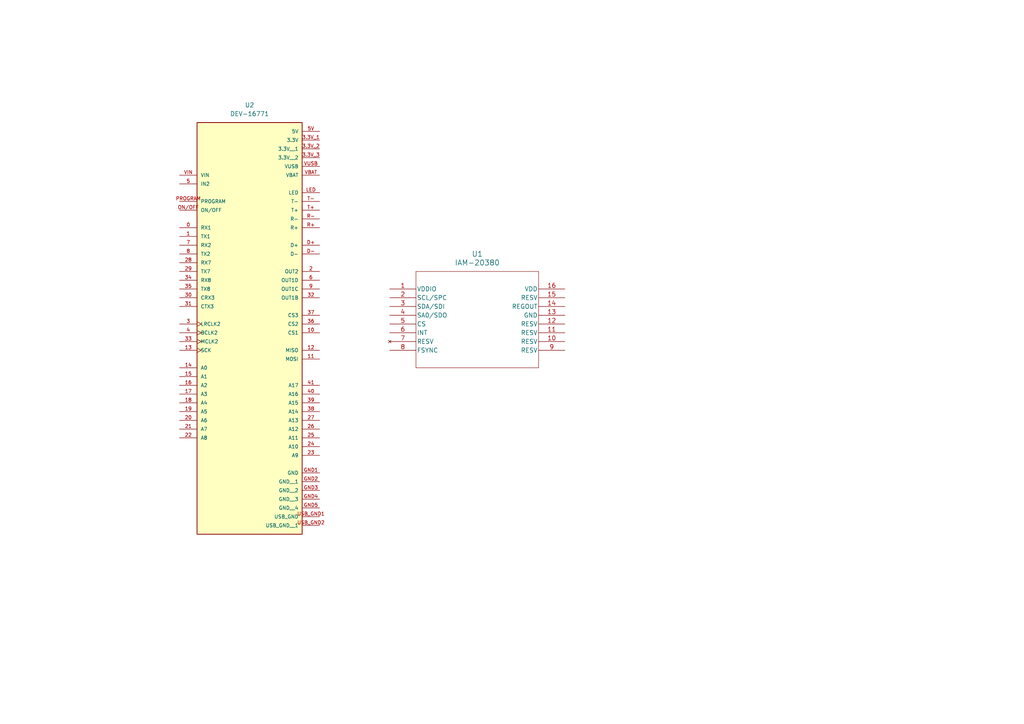
<source format=kicad_sch>
(kicad_sch (version 20250114) (generator "eeschema") (generator_version "9.0")
  (paper "A4")
  (lib_symbols
    (symbol "2025-10-22_23-56-09:IAM-20380" (pin_names (offset 0.254))
      (property "Reference" "U" (at 25.4 10.16 0))
      (property "Value" "IAM-20380" (at 25.4 7.62 0))
      (symbol "IAM-20380_0_1"
        (polyline (pts (xy 7.62 5.08) (xy 7.62 -22.86)) (stroke (width 0.127)))
        (polyline (pts (xy 7.62 -22.86) (xy 43.18 -22.86)) (stroke (width 0.127)))
        (polyline (pts (xy 43.18 5.08) (xy 7.62 5.08)) (stroke (width 0.127)))
        (polyline (pts (xy 43.18 -22.86) (xy 43.18 5.08)) (stroke (width 0.127)))
        (pin power_in line (at 0 0 0) (length 7.62) (name "VDDIO") (number "1"))
        (pin bidirectional line (at 0 -2.54 0) (length 7.62) (name "SCL/SPC") (number "2"))
        (pin input line (at 0 -5.08 0) (length 7.62) (name "SDA/SDI") (number "3"))
        (pin output line (at 0 -7.62 0) (length 7.62) (name "SA0/SDO") (number "4"))
        (pin bidirectional line (at 0 -10.16 0) (length 7.62) (name "CS") (number "5"))
        (pin output line (at 0 -12.7 0) (length 7.62) (name "INT") (number "6"))
        (pin no_connect line (at 0 -15.24 0) (length 7.62) (name "RESV") (number "7"))
        (pin input line (at 0 -17.78 0) (length 7.62) (name "FSYNC") (number "8"))
        (pin power_in line (at 50.8 0 180) (length 7.62) (name "VDD") (number "16"))
        (pin power_out line (at 50.8 -2.54 180) (length 7.62) (name "RESV") (number "15"))
        (pin output line (at 50.8 -5.08 180) (length 7.62) (name "REGOUT") (number "14"))
        (pin power_out line (at 50.8 -7.62 180) (length 7.62) (name "GND") (number "13"))
        (pin power_out line (at 50.8 -10.16 180) (length 7.62) (name "RESV") (number "12"))
        (pin power_out line (at 50.8 -12.7 180) (length 7.62) (name "RESV") (number "11"))
        (pin power_out line (at 50.8 -15.24 180) (length 7.62) (name "RESV") (number "10"))
        (pin power_out line (at 50.8 -17.78 180) (length 7.62) (name "RESV") (number "9"))
      )
    )
    (symbol "DEV-16771:DEV-16771" (pin_names (offset 1.016))
      (property "Reference" "U" (at -15.24 52.07 0))
      (property "Value" "DEV-16771" (at -15.24 -71.12 0))
      (symbol "DEV-16771_0_0"
        (rectangle (start -15.24 -68.58) (end 15.24 50.8) (stroke (width 0.254)) (fill (type background)))
        (pin input line (at -20.32 35.56 0) (length 5.08) (name "VIN") (number "VIN"))
        (pin bidirectional line (at -20.32 33.02 0) (length 5.08) (name "IN2") (number "5"))
        (pin bidirectional line (at -20.32 27.94 0) (length 5.08) (name "PROGRAM") (number "PROGRAM"))
        (pin bidirectional line (at -20.32 25.4 0) (length 5.08) (name "ON/OFF") (number "ON/OFF"))
        (pin bidirectional line (at -20.32 20.32 0) (length 5.08) (name "RX1") (number "0"))
        (pin bidirectional line (at -20.32 17.78 0) (length 5.08) (name "TX1") (number "1"))
        (pin bidirectional line (at -20.32 15.24 0) (length 5.08) (name "RX2") (number "7"))
        (pin bidirectional line (at -20.32 12.7 0) (length 5.08) (name "TX2") (number "8"))
        (pin bidirectional line (at -20.32 10.16 0) (length 5.08) (name "RX7") (number "28"))
        (pin bidirectional line (at -20.32 7.62 0) (length 5.08) (name "TX7") (number "29"))
        (pin bidirectional line (at -20.32 5.08 0) (length 5.08) (name "RX8") (number "34"))
        (pin bidirectional line (at -20.32 2.54 0) (length 5.08) (name "TX8") (number "35"))
        (pin bidirectional line (at -20.32 0 0) (length 5.08) (name "CRX3") (number "30"))
        (pin bidirectional line (at -20.32 -2.54 0) (length 5.08) (name "CTX3") (number "31"))
        (pin bidirectional clock (at -20.32 -7.62 0) (length 5.08) (name "LRCLK2") (number "3"))
        (pin bidirectional clock (at -20.32 -10.16 0) (length 5.08) (name "BCLK2") (number "4"))
        (pin bidirectional clock (at -20.32 -12.7 0) (length 5.08) (name "MCLK2") (number "33"))
        (pin bidirectional clock (at -20.32 -15.24 0) (length 5.08) (name "SCK") (number "13"))
        (pin bidirectional line (at -20.32 -20.32 0) (length 5.08) (name "A0") (number "14"))
        (pin bidirectional line (at -20.32 -22.86 0) (length 5.08) (name "A1") (number "15"))
        (pin bidirectional line (at -20.32 -25.4 0) (length 5.08) (name "A2") (number "16"))
        (pin bidirectional line (at -20.32 -27.94 0) (length 5.08) (name "A3") (number "17"))
        (pin bidirectional line (at -20.32 -30.48 0) (length 5.08) (name "A4") (number "18"))
        (pin bidirectional line (at -20.32 -33.02 0) (length 5.08) (name "A5") (number "19"))
        (pin bidirectional line (at -20.32 -35.56 0) (length 5.08) (name "A6") (number "20"))
        (pin bidirectional line (at -20.32 -38.1 0) (length 5.08) (name "A7") (number "21"))
        (pin bidirectional line (at -20.32 -40.64 0) (length 5.08) (name "A8") (number "22"))
        (pin power_in line (at 20.32 48.26 180) (length 5.08) (name "5V") (number "5V"))
        (pin power_in line (at 20.32 45.72 180) (length 5.08) (name "3.3V") (number "3.3V_1"))
        (pin power_in line (at 20.32 43.18 180) (length 5.08) (name "3.3V__1") (number "3.3V_2"))
        (pin power_in line (at 20.32 40.64 180) (length 5.08) (name "3.3V__2") (number "3.3V_3"))
        (pin passive line (at 20.32 38.1 180) (length 5.08) (name "VUSB") (number "VUSB"))
        (pin passive line (at 20.32 35.56 180) (length 5.08) (name "VBAT") (number "VBAT"))
        (pin bidirectional line (at 20.32 30.48 180) (length 5.08) (name "LED") (number "LED"))
        (pin bidirectional line (at 20.32 27.94 180) (length 5.08) (name "T-") (number "T-"))
        (pin bidirectional line (at 20.32 25.4 180) (length 5.08) (name "T+") (number "T+"))
        (pin bidirectional line (at 20.32 22.86 180) (length 5.08) (name "R-") (number "R-"))
        (pin bidirectional line (at 20.32 20.32 180) (length 5.08) (name "R+") (number "R+"))
        (pin bidirectional line (at 20.32 15.24 180) (length 5.08) (name "D+") (number "D+"))
        (pin bidirectional line (at 20.32 12.7 180) (length 5.08) (name "D-") (number "D-"))
        (pin output line (at 20.32 7.62 180) (length 5.08) (name "OUT2") (number "2"))
        (pin output line (at 20.32 5.08 180) (length 5.08) (name "OUT1D") (number "6"))
        (pin output line (at 20.32 2.54 180) (length 5.08) (name "OUT1C") (number "9"))
        (pin output line (at 20.32 0 180) (length 5.08) (name "OUT1B") (number "32"))
        (pin bidirectional line (at 20.32 -5.08 180) (length 5.08) (name "CS3") (number "37"))
        (pin bidirectional line (at 20.32 -7.62 180) (length 5.08) (name "CS2") (number "36"))
        (pin bidirectional line (at 20.32 -10.16 180) (length 5.08) (name "CS1") (number "10"))
        (pin bidirectional line (at 20.32 -15.24 180) (length 5.08) (name "MISO") (number "12"))
        (pin bidirectional line (at 20.32 -17.78 180) (length 5.08) (name "MOSI") (number "11"))
        (pin bidirectional line (at 20.32 -25.4 180) (length 5.08) (name "A17") (number "41"))
        (pin bidirectional line (at 20.32 -27.94 180) (length 5.08) (name "A16") (number "40"))
        (pin bidirectional line (at 20.32 -30.48 180) (length 5.08) (name "A15") (number "39"))
        (pin bidirectional line (at 20.32 -33.02 180) (length 5.08) (name "A14") (number "38"))
        (pin bidirectional line (at 20.32 -35.56 180) (length 5.08) (name "A13") (number "27"))
        (pin bidirectional line (at 20.32 -38.1 180) (length 5.08) (name "A12") (number "26"))
        (pin bidirectional line (at 20.32 -40.64 180) (length 5.08) (name "A11") (number "25"))
        (pin bidirectional line (at 20.32 -43.18 180) (length 5.08) (name "A10") (number "24"))
        (pin bidirectional line (at 20.32 -45.72 180) (length 5.08) (name "A9") (number "23"))
        (pin power_in line (at 20.32 -50.8 180) (length 5.08) (name "GND") (number "GND1"))
        (pin power_in line (at 20.32 -53.34 180) (length 5.08) (name "GND__1") (number "GND2"))
        (pin power_in line (at 20.32 -55.88 180) (length 5.08) (name "GND__2") (number "GND3"))
        (pin power_in line (at 20.32 -58.42 180) (length 5.08) (name "GND__3") (number "GND4"))
        (pin power_in line (at 20.32 -60.96 180) (length 5.08) (name "GND__4") (number "GND5"))
        (pin power_in line (at 20.32 -63.5 180) (length 5.08) (name "USB_GND") (number "USB_GND1"))
        (pin power_in line (at 20.32 -66.04 180) (length 5.08) (name "USB_GND__1") (number "USB_GND2"))
      )
    )
  )
  (symbol (lib_id "DEV-16771:DEV-16771") (at 72.39 86.36 0) (unit 1)
    (property "Reference" "U2" (at 72.39 30.48 0))
    (property "Value" "DEV-16771" (at 72.39 33.02 0))
    (property "Footprint" "DEV-16771:MODULE_DEV-16771" (effects (hide yes)))
    (property "PARTREV" "4.1" (effects (hide yes)))
    (property "MANUFACTURER" "SparkFun Electronics" (effects (hide yes)))
    (property "MAXIMUM_PACKAGE_HEIGHT" "4.07mm" (effects (hide yes)))
    (property "STANDARD" "Manufacturer recommendations" (effects (hide yes)))
  )
  (symbol (lib_id "2025-10-22_23-56-09:IAM-20380") (at 113.03 83.82 0) (unit 1)
    (property "Reference" "U1" (at 138.43 73.66 0) (effects (font (size 1.524 1.524))))
    (property "Value" "IAM-20380" (at 138.43 76.2 0) (effects (font (size 1.524 1.524))))
    (property "Footprint" "IAM-20380_IVS" (effects (hide yes)))
    (property "Datasheet" "IAM-20380" (effects (hide yes)))
  )
)
</source>
